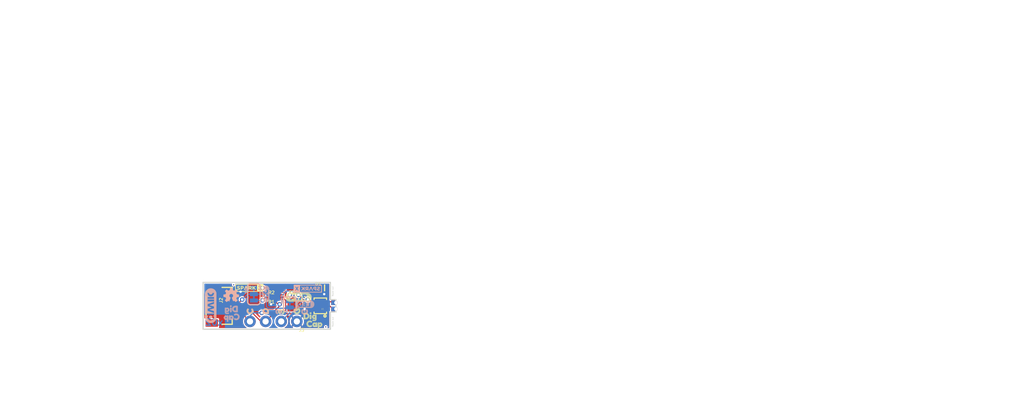
<source format=kicad_pcb>
(kicad_pcb (version 20211014) (generator pcbnew)
  (layers (0 "F.Cu" signal) (31 "B.Cu" signal) (34 "B.Paste" user) (35 "F.Paste" user) (36 "B.SilkS" user "B.Silkscreen") (37 "F.SilkS" user "F.Silkscreen") (38 "B.Mask" user) (39 "F.Mask" user) (44 "Edge.Cuts" user))
  (net 0 "")
  (net 1 "3.3V")
  (net 2 "GND")
  (net 3 "SCL")
  (net 4 "SDA")
  (net 5 "N$3")
  (net 6 "N$1")
  (net 7 "N$2")
  (net 8 "N$4")
  (net 9 "CP")
  (net 10 "CN")
  (footprint "eagleBoard:ORDERING_INSTRUCTIONS" (layer "F.Cu") (at 169.4561 55.4736)
    (fp_text reference "LOGO2" hide)
    (fp_text value "SPECIAL_INSTRUCTIONS-ORDERING" hide)
  )
  (footprint "eagleBoard:0603_CASTELLATED" (layer "F.Cu") (at 159.2961 105.0036 90)
    (fp_text reference "J1" hide)
    (fp_text value "CONN_02_0603" hide)
    (fp_poly (pts (xy -0.889 0) (xy -0.127 0) (xy -0.127 -0.762) (xy -0.889 -0.762)) (layer "F.Cu") (width 0) (fill solid))
    (fp_poly (pts (xy 0.127 0) (xy 0.889 0) (xy 0.889 -0.762) (xy 0.127 -0.762)) (layer "F.Cu") (width 0) (fill solid))
    (fp_poly (pts (xy -0.889 0) (xy -0.127 0) (xy -0.127 -0.762) (xy -0.889 -0.762)) (layer "B.Cu") (width 0) (fill solid))
    (fp_poly (pts (xy 0.127 0) (xy 0.889 0) (xy 0.889 -0.762) (xy 0.127 -0.762)) (layer "B.Cu") (width 0) (fill solid))
    (pad "1" thru_hole circle (at -0.508 0 90) (size 0.5588 0.5588) (drill 0.5588) (layers *.Cu *.Mask) (net 9 "CP"))
    (pad "2" thru_hole circle (at 0.508 0 90) (size 0.5588 0.5588) (drill 0.5588) (layers *.Cu *.Mask) (net 10 "CN"))
  )
  (footprint "eagleBoard:CAP1" (layer "F.Cu") (at 153.5811 107.9246)
    (fp_text reference "U$11" hide)
    (fp_text value "" hide)
  )
  (footprint "eagleBoard:1X04_NO_SILK" (layer "F.Cu") (at 152.9461 107.5436 180)
    (fp_text reference "J3" (at -1.27 -1.397) (layer "F.SilkS") (effects (font (size 0.512064 0.512064) (thickness 0.097536)) (justify right)))
    (fp_text value "PTH")
    (pad "1" thru_hole circle (at 0 0 270) (size 1.8796 1.8796) (drill 1.016) (layers *.Cu *.Mask) (net 2 "GND"))
    (pad "2" thru_hole circle (at 2.54 0 270) (size 1.8796 1.8796) (drill 1.016) (layers *.Cu *.Mask) (net 1 "3.3V"))
    (pad "3" thru_hole circle (at 5.08 0 270) (size 1.8796 1.8796) (drill 1.016) (layers *.Cu *.Mask) (net 4 "SDA"))
    (pad "4" thru_hole circle (at 7.62 0 270) (size 1.8796 1.8796) (drill 1.016) (layers *.Cu *.Mask) (net 3 "SCL"))
  )
  (footprint "eagleBoard:JST04_1MM_RA" (layer "F.Cu") (at 142.7861 105.0036 -90)
    (fp_text reference "J2" (at -1.397 2.159 90) (layer "F.SilkS") (effects (font (size 0.512064 0.512064) (thickness 0.097536)) (justify right)))
    (fp_text value "QWIIC_RIGHT_ANGLE")
    (pad "1" smd rect (at -1.5 0 270) (size 0.6 1.35) (layers "F.Cu" "F.Paste" "F.Mask") (net 2 "GND"))
    (pad "2" smd rect (at -0.5 0 270) (size 0.6 1.35) (layers "F.Cu" "F.Paste" "F.Mask") (net 1 "3.3V"))
    (pad "3" smd rect (at 0.5 0 270) (size 0.6 1.35) (layers "F.Cu" "F.Paste" "F.Mask") (net 4 "SDA"))
    (pad "4" smd rect (at 1.5 0 270) (size 0.6 1.35) (layers "F.Cu" "F.Paste" "F.Mask") (net 3 "SCL"))
    (pad "NC1" smd rect (at 2.8 3.675 270) (size 1.2 2) (layers "F.Cu" "F.Paste" "F.Mask"))
    (pad "NC2" smd rect (at -2.8 3.675 270) (size 1.2 2) (layers "F.Cu" "F.Paste" "F.Mask"))
  )
  (footprint "eagleBoard:D1" (layer "F.Cu") (at 147.8661 107.2896 90)
    (fp_text reference "U$13" hide)
    (fp_text value "" hide)
  )
  (footprint "eagleBoard:0603" (layer "F.Cu") (at 149.3901 102.0826 180)
    (fp_text reference "R2" (at 0 -0.762) (layer "F.SilkS") (effects (font (size 0.512064 0.512064) (thickness 0.097536)) (justify right)))
    (fp_text value "2.2k")
    (pad "1" smd rect (at -0.85 0 180) (size 1.1 1) (layers "F.Cu" "F.Paste" "F.Mask") (net 3 "SCL"))
    (pad "2" smd rect (at 0.85 0 180) (size 1.1 1) (layers "F.Cu" "F.Paste" "F.Mask") (net 7 "N$2"))
  )
  (footprint "eagleBoard:PWR2" (layer "F.Cu") (at 151.0411 103.6066)
    (fp_text reference "U$1" hide)
    (fp_text value "" hide)
  )
  (footprint "eagleBoard:DFN6" (layer "F.Cu") (at 156.7561 105.0036 180)
    (fp_text reference "U1" (at -0.635 -0.508) (layer "F.SilkS") (effects (font (size 0.235306 0.235306) (thickness 0.018694)) (justify right)))
    (fp_text value "NCD2400MDFN")
    (pad "1" smd roundrect (at -1.0541 -0.6604 180) (size 0.6604 0.3556) (layers "F.Cu" "F.Paste" "F.Mask") (net 4 "SDA"))
    (pad "2" smd roundrect (at -1.0541 0 180) (size 0.6604 0.3556) (layers "F.Cu" "F.Paste" "F.Mask") (net 9 "CP"))
    (pad "3" smd roundrect (at -1.0541 0.6604 180) (size 0.6604 0.3556) (layers "F.Cu" "F.Paste" "F.Mask") (net 10 "CN"))
    (pad "4" smd roundrect (at 1.0541 0.6604 180) (size 0.6604 0.3556) (layers "F.Cu" "F.Paste" "F.Mask") (net 1 "3.3V"))
    (pad "5" smd roundrect (at 1.0541 0 180) (size 0.6604 0.3556) (layers "F.Cu" "F.Paste" "F.Mask") (net 2 "GND"))
    (pad "6" smd roundrect (at 1.0541 -0.6604 180) (size 0.6604 0.3556) (layers "F.Cu" "F.Paste" "F.Mask") (net 3 "SCL"))
  )
  (footprint "eagleBoard:DIG0" (layer "F.Cu") (at 153.0731 106.6546)
    (fp_text reference "U$22" hide)
    (fp_text value "" hide)
  )
  (footprint "eagleBoard:SPARKX-TINY" (layer "F.Cu") (at 145.1991 102.0826)
    (fp_text reference "U$12" hide)
    (fp_text value "" hide)
  )
  (footprint "eagleBoard:LED-0603" (layer "F.Cu") (at 155.8671 102.0826)
    (fp_text reference "D1" (at 0 -0.635) (layer "F.SilkS") (effects (font (size 0.512064 0.512064) (thickness 0.097536)) (justify left)))
    (fp_text value "RED")
    (pad "A" smd roundrect (at -0.877 0 270) (size 1 1) (layers "F.Cu" "F.Paste" "F.Mask") (roundrect_rratio 0.15) (net 5 "N$3"))
    (pad "C" smd roundrect (at 0.877 0 270) (size 1 1) (layers "F.Cu" "F.Paste" "F.Mask") (roundrect_rratio 0.15) (net 2 "GND"))
  )
  (footprint "eagleBoard:0603" (layer "F.Cu") (at 149.3901 103.6066 180)
    (fp_text reference "R1" (at 0 -0.762) (layer "F.SilkS") (effects (font (size 0.512064 0.512064) (thickness 0.097536)) (justify right)))
    (fp_text value "2.2k")
    (pad "1" smd rect (at -0.85 0 180) (size 1.1 1) (layers "F.Cu" "F.Paste" "F.Mask") (net 4 "SDA"))
    (pad "2" smd rect (at 0.85 0 180) (size 1.1 1) (layers "F.Cu" "F.Paste" "F.Mask") (net 6 "N$1"))
  )
  (footprint "eagleBoard:FIDUCIAL-0.2MM" (layer "F.Cu") (at 157.6451 108.4326)
    (fp_text reference "JP2" hide)
    (fp_text value "FIDUCIAL0.2MM" hide)
    (pad "1" smd roundrect (at 0 0) (size 0.2 0.2) (layers "F.Cu") (roundrect_rratio 0.5))
  )
  (footprint "eagleBoard:FIDUCIAL-0.2MM" (layer "F.Cu") (at 142.6591 101.5746)
    (fp_text reference "JP6" hide)
    (fp_text value "FIDUCIAL0.2MM" hide)
    (pad "1" smd roundrect (at 0 0) (size 0.2 0.2) (layers "F.Cu") (roundrect_rratio 0.5))
  )
  (footprint "eagleBoard:32" (layer "F.Cu") (at 150.4061 107.2896 90)
    (fp_text reference "U$7" hide)
    (fp_text value "" hide)
  )
  (footprint "eagleBoard:0603" (layer "F.Cu") (at 152.6921 102.0826 180)
    (fp_text reference "R3" (at 0 -0.762) (layer "F.SilkS") (effects (font (size 0.512064 0.512064) (thickness 0.097536)) (justify right)))
    (fp_text value "1k")
    (pad "1" smd rect (at -0.85 0 180) (size 1.1 1) (layers "F.Cu" "F.Paste" "F.Mask") (net 5 "N$3"))
    (pad "2" smd rect (at 0.85 0 180) (size 1.1 1) (layers "F.Cu" "F.Paste" "F.Mask") (net 8 "N$4"))
  )
  (footprint "eagleBoard:G3" (layer "F.Cu") (at 152.9461 107.2896 90)
    (fp_text reference "U$14" hide)
    (fp_text value "" hide)
  )
  (footprint "eagleBoard:CREATIVE_COMMONS" (layer "F.Cu") (at 125.0061 120.2436)
    (fp_text reference "FRAME1" hide)
    (fp_text value "FRAME-LETTER" hide)
  )
  (footprint "eagleBoard:C0" (layer "F.Cu") (at 145.3261 107.2896 90)
    (fp_text reference "U$8" hide)
    (fp_text value "" hide)
  )
  (footprint "eagleBoard:SMT-JUMPER_2_NC_TRACE_SILK" (layer "B.Cu") (at 151.8031 104.7496 -90)
    (fp_text reference "LED0" (at 0 1.143 -270) (layer "B.SilkS") (effects (font (size 0.512064 0.512064) (thickness 0.097536)) (justify right mirror)))
    (fp_text value "JUMPER-SMT_2_NC_TRACE_SILK")
    (fp_poly (pts (xy 0.1905 -0.13335) (xy -0.70485 -0.13335) (xy -0.70485 0.13335) (xy 0.1905 0.13335)) (layer "B.Cu") (width 0) (fill solid))
    (pad "1" smd rect (at -0.5207 0 270) (size 0.6604 1.27) (layers "B.Cu" "B.Mask") (net 8 "N$4"))
    (pad "2" smd rect (at 0.5207 0 270) (size 0.6604 1.27) (layers "B.Cu" "B.Mask") (net 1 "3.3V"))
  )
  (footprint "eagleBoard:G3" (layer "B.Cu") (at 154.2161 107.4166 90)
    (fp_text reference "U$6" hide)
    (fp_text value "" hide)
  )
  (footprint "eagleBoard:DIG0" (layer "B.Cu") (at 144.3101 105.5116 180)
    (fp_text reference "U$23" hide)
    (fp_text value "" hide)
  )
  (footprint "eagleBoard:C0" (layer "B.Cu") (at 145.3261 107.2896 90)
    (fp_text reference "U$4" hide)
    (fp_text value "" hide)
  )
  (footprint "eagleBoard:32" (layer "B.Cu") (at 150.0251 107.2896 90)
    (fp_text reference "U$3" hide)
    (fp_text value "" hide)
  )
  (footprint "eagleBoard:FIDUCIAL-0.2MM" (layer "B.Cu") (at 142.6591 101.5746 180)
    (fp_text reference "JP1" hide)
    (fp_text value "FIDUCIAL0.2MM" hide)
    (pad "1" smd roundrect (at 0 0 180) (size 0.2 0.2) (layers "B.Cu") (roundrect_rratio 0.5))
  )
  (footprint "eagleBoard:SPARKX-TINY" (layer "B.Cu") (at 154.7241 102.2096 180)
    (fp_text reference "U$16" hide)
    (fp_text value "" hide)
  )
  (footprint "eagleBoard:QWIIC_COPYRIGHT_SMALL" (layer "B.Cu") (at 138.9761 105.0036 90)
    (fp_text reference "U$21" hide)
    (fp_text value "" hide)
  )
  (footprint "eagleBoard:D1" (layer "B.Cu") (at 147.8661 107.2896 90)
    (fp_text reference "U$5" hide)
    (fp_text value "" hide)
  )
  (footprint "eagleBoard:FIDUCIAL-0.2MM" (layer "B.Cu") (at 157.6451 108.4326 180)
    (fp_text reference "JP5" hide)
    (fp_text value "FIDUCIAL0.2MM" hide)
    (pad "1" smd roundrect (at 0 0 180) (size 0.2 0.2) (layers "B.Cu") (roundrect_rratio 0.5))
  )
  (footprint "eagleBoard:QWIIC_COPYRIGHT_SMALL" (layer "B.Cu") (at 138.9761 105.0036 90)
    (fp_text reference "U$20" hide)
    (fp_text value "" hide)
  )
  (footprint "eagleBoard:I_SUPER2_C-()-03" (layer "B.Cu") (at 147.8661 104.4956 90)
    (fp_text reference "U$9" hide)
    (fp_text value "" hide)
  )
  (footprint "eagleBoard:SMT-JUMPER_3_2-NC_TRACE_SILK" (layer "B.Cu") (at 145.9611 103.0986 -90)
    (fp_text reference "JP7" (at 0 1.143 -270) (layer "B.SilkS") (effects (font (size 0.512064 0.512064) (thickness 0.097536)) (justify right mirror)))
    (fp_text value "JUMPER-SMT_3_2-NC_TRACE_SILK")
    (fp_poly (pts (xy 0.7112 -0.13335) (xy -0.7112 -0.13335) (xy -0.7112 0.13335) (xy 0.7112 0.13335)) (layer "B.Cu") (width 0) (fill solid))
    (pad "1" smd rect (at -1.0414 0 270) (size 0.6604 1.27) (layers "B.Cu" "B.Mask") (net 7 "N$2"))
    (pad "2" smd rect (at 0 0 270) (size 0.6604 1.27) (layers "B.Cu" "B.Mask") (net 1 "3.3V"))
    (pad "3" smd rect (at 1.0414 0 270) (size 0.6604 1.27) (layers "B.Cu" "B.Mask") (net 6 "N$1"))
  )
  (footprint "eagleBoard:OSHW-LOGO-MINI" (layer "B.Cu") (at 142.2781 103.3526 180)
    (fp_text reference "LOGO1" hide)
    (fp_text value "OSHW-LOGOMINI" hide)
  )
  (footprint "eagleBoard:LED0" (layer "B.Cu") (at 155.8671 104.7496 180)
    (fp_text reference "U$15" hide)
    (fp_text value "" hide)
  )
  (footprint "eagleBoard:CAP1" (layer "B.Cu") (at 144.5641 106.7816 180)
    (fp_text reference "U$18" hide)
    (fp_text value "" hide)
  )
  (gr_line (start 158.4071 108.8136) (end 158.4071 106.0196) (layer "Edge.Cuts") (width 0.1778))
  (gr_line (start 159.2961 106.0196) (end 159.2961 103.9876) (layer "Edge.Cuts") (width 0.1778))
  (gr_line (start 158.4071 106.0196) (end 159.2961 106.0196) (layer "Edge.Cuts") (width 0.1778))
  (gr_line (start 159.2961 103.9876) (end 158.4071 103.9876) (layer "Edge.Cuts") (width 0.1778))
  (gr_line (start 137.7061 101.1936) (end 137.7061 108.8136) (layer "Edge.Cuts") (width 0.1778))
  (gr_line (start 158.4071 103.9876) (end 158.4071 101.1936) (layer "Edge.Cuts") (width 0.1778))
  (gr_line (start 158.4071 101.1936) (end 137.7061 101.1936) (layer "Edge.Cuts") (width 0.1778))
  (gr_line (start 137.7061 108.8136) (end 158.4071 108.8136) (layer "Edge.Cuts") (width 0.1778))
  (gr_text "x02" (at 139.4841 107.6706) (layer "B.Cu") (effects (font (size 1.0795 1.0795) (thickness 0.1905)) (justify mirror)))
  (gr_text "Route out" (at 158.9151 103.4796 90) (layer "Edge.Cuts") (effects (font (size 0.2159 0.2159) (thickness 0.0381)) (justify left bottom)))
  (gr_text "Route out" (at 158.9151 108.4326 90) (layer "Edge.Cuts") (effects (font (size 0.2159 0.2159) (thickness 0.0381)) (justify left bottom)))
  (segment (start 154.7241 103.9876) (end 154.9654 103.9876) (width 0.1778) (layer "F.Cu") (net 1))
  (segment (start 143.5401 104.5036) (end 144.0561 103.9876) (width 0.1778) (layer "F.Cu") (net 1))
  (segment (start 155.321 104.3432) (end 155.702 104.3432) (width 0.1778) (layer "F.Cu") (net 1))
  (segment (start 142.7861 104.5036) (end 143.5401 104.5036) (width 0.1778) (layer "F.Cu") (net 1))
  (segment (start 155.321 104.3432) (end 154.9654 103.9876) (width 0.1778) (layer "F.Cu") (net 1))
  (via (at 154.7241 103.9876) (size 0.7366) (drill 0.381) (layers "F.Cu" "B.Cu") (net 1))
  (via (at 144.0561 103.9876) (size 0.7366) (drill 0.381) (layers "F.Cu" "B.Cu") (net 1))
  (segment (start 152.8064 105.2703) (end 154.0891 103.9876) (width 0.1778) (layer "B.Cu") (net 1))
  (segment (start 151.8031 105.2703) (end 151.8031 106.1466) (width 0.1778) (layer "B.Cu") (net 1))
  (segment (start 151.0411 105.3973) (end 148.2598 105.3973) (width 0.1778) (layer "B.Cu") (net 1))
  (segment (start 151.1681 105.2703) (end 151.0411 105.3973) (width 0.1778) (layer "B.Cu") (net 1))
  (segment (start 144.0561 103.9876) (end 144.9451 103.0986) (width 0.1778) (layer "B.Cu") (net 1))
  (segment (start 144.9451 103.0986) (end 145.9611 103.0986) (width 0.1778) (layer "B.Cu") (net 1))
  (segment (start 154.0891 103.9876) (end 154.7241 103.9876) (width 0.1778) (layer "B.Cu") (net 1))
  (segment (start 147.9931 103.7336) (end 147.3581 103.0986) (width 0.1778) (layer "B.Cu") (net 1))
  (segment (start 151.8031 105.2703) (end 152.8064 105.2703) (width 0.1778) (layer "B.Cu") (net 1))
  (segment (start 148.2598 105.3973) (end 147.9931 105.1306) (width 0.1778) (layer "B.Cu") (net 1))
  (segment (start 147.9931 105.1306) (end 147.9931 103.7336) (width 0.1778) (layer "B.Cu") (net 1))
  (segment (start 151.8031 105.2703) (end 151.1681 105.2703) (width 0.1778) (layer "B.Cu") (net 1))
  (segment (start 151.8031 106.1466) (end 150.4061 107.5436) (width 0.1778) (layer "B.Cu") (net 1))
  (segment (start 147.3581 103.0986) (end 145.9611 103.0986) (width 0.1778) (layer "B.Cu") (net 1))
  (via (at 154.2161 105.5116) (size 0.7366) (drill 0.381) (layers "F.Cu" "B.Cu") (net 2))
  (via (at 157.3911 103.0986) (size 0.7366) (drill 0.381) (layers "F.Cu" "B.Cu") (net 2))
  (via (at 143.8021 102.7176) (size 0.7366) (drill 0.381) (layers "F.Cu" "B.Cu") (net 2))
  (via (at 148.7551 104.7496) (size 0.7366) (drill 0.381) (layers "F.Cu" "B.Cu") (net 2))
  (segment (start 155.266531 105.664) (end 155.702 105.664) (width 0.1778) (layer "F.Cu") (net 3))
  (segment (start 150.1521 105.0036) (end 149.2631 105.8926) (width 0.1778) (layer "F.Cu") (net 3))
  (segment (start 150.1521 104.7496) (end 149.8981 104.7496) (width 0.1778) (layer "F.Cu") (net 3))
  (segment (start 149.8981 104.7496) (end 149.3901 104.2416) (width 0.1778) (layer "F.Cu") (net 3))
  (segment (start 154.0891 104.1146) (end 154.0891 104.486569) (width 0.1778) (layer "F.Cu") (net 3))
  (segment (start 144.2861 106.5036) (end 145.3261 107.5436) (width 0.1778) (layer "F.Cu") (net 3))
  (segment (start 142.7861 106.5036) (end 144.2861 106.5036) (width 0.1778) (layer "F.Cu") (net 3))
  (segment (start 150.1521 105.0036) (end 150.1521 104.7496) (width 0.1778) (layer "F.Cu") (net 3))
  (segment (start 147.2311 106.1466) (end 147.4851 105.8926) (width 0.1778) (layer "F.Cu") (net 3))
  (segment (start 149.3901 102.9326) (end 149.3901 104.2416) (width 0.1778) (layer "F.Cu") (net 3))
  (segment (start 149.2631 105.8926) (end 147.4851 105.8926) (width 0.1778) (layer "F.Cu") (net 3))
  (segment (start 154.0891 104.486569) (end 155.266531 105.664) (width 0.1778) (layer "F.Cu") (net 3))
  (segment (start 149.3901 102.9326) (end 150.2401 102.0826) (width 0.1778) (layer "F.Cu") (net 3))
  (segment (start 153.2001 103.2256) (end 154.0891 104.1146) (width 0.1778) (layer "F.Cu") (net 3))
  (via (at 153.2001 103.2256) (size 0.7366) (drill 0.381) (layers "F.Cu" "B.Cu") (net 3))
  (via (at 150.1521 104.7496) (size 0.7366) (drill 0.381) (layers "F.Cu" "B.Cu") (net 3))
  (via (at 147.2311 106.1466) (size 0.7366) (drill 0.381) (layers "F.Cu" "B.Cu") (net 3))
  (segment (start 150.5331 104.3686) (end 150.1521 104.7496) (width 0.1778) (layer "B.Cu") (net 3))
  (segment (start 145.3261 106.6546) (end 145.8341 106.1466) (width 0.1778) (layer "B.Cu") (net 3))
  (segment (start 145.8341 106.1466) (end 147.2311 106.1466) (width 0.1778) (layer "B.Cu") (net 3))
  (segment (start 150.5331 103.3526) (end 150.5331 104.3686) (width 0.1778) (layer "B.Cu") (net 3))
  (segment (start 145.3261 107.5436) (end 145.3261 106.6546) (width 0.1778) (layer "B.Cu") (net 3))
  (segment (start 153.2001 103.2256) (end 152.5651 102.5906) (width 0.1778) (layer "B.Cu") (net 3))
  (segment (start 152.5651 102.5906) (end 151.2951 102.5906) (width 0.1778) (layer "B.Cu") (net 3))
  (segment (start 151.2951 102.5906) (end 150.5331 103.3526) (width 0.1778) (layer "B.Cu") (net 3))
  (segment (start 157.7848 105.6386) (end 157.8102 105.664) (width 0.1778) (layer "F.Cu") (net 4))
  (segment (start 147.1041 107.5436) (end 145.0641 105.5036) (width 0.1778) (layer "F.Cu") (net 4))
  (segment (start 151.1291 106.299) (end 156.4767 106.299) (width 0.1778) (layer "F.Cu") (net 4))
  (segment (start 149.1107 106.299) (end 147.8661 107.5436) (width 0.1778) (layer "F.Cu") (net 4))
  (segment (start 147.1041 107.5436) (end 147.8661 107.5436) (width 0.1778) (layer "F.Cu") (net 4))
  (segment (start 151.1291 106.299) (end 149.1107 106.299) (width 0.1778) (layer "F.Cu") (net 4))
  (segment (start 151.1291 104.1146) (end 150.6211 103.6066) (width 0.1778) (layer "F.Cu") (net 4))
  (segment (start 150.2401 103.6066) (end 150.6211 103.6066) (width 0.1778) (layer "F.Cu") (net 4))
  (segment (start 142.7861 105.5036) (end 145.0641 105.5036) (width 0.1778) (layer "F.Cu") (net 4))
  (segment (start 151.1291 104.1146) (end 151.1291 106.299) (width 0.1778) (layer "F.Cu") (net 4))
  (segment (start 156.4767 106.299) (end 157.1371 105.6386) (width 0.1778) (layer "F.Cu") (net 4))
  (segment (start 157.1371 105.6386) (end 157.7848 105.6386) (width 0.1778) (layer "F.Cu") (net 4))
  (segment (start 153.5421 102.0826) (end 154.9901 102.0826) (width 0.1778) (layer "F.Cu") (net 5))
  (segment (start 147.3581 104.1146) (end 147.8661 103.6066) (width 0.1778) (layer "F.Cu") (net 6))
  (segment (start 147.8661 103.6066) (end 148.5401 103.6066) (width 0.1778) (layer "F.Cu") (net 6))
  (via (at 147.3581 104.1146) (size 0.7366) (drill 0.381) (layers "F.Cu" "B.Cu") (net 6))
  (segment (start 145.9611 104.14) (end 147.3327 104.14) (width 0.1778) (layer "B.Cu") (net 6))
  (segment (start 147.3327 104.14) (end 147.3581 104.1146) (width 0.1778) (layer "B.Cu") (net 6))
  (segment (start 147.3581 102.0826) (end 148.5401 102.0826) (width 0.1778) (layer "F.Cu") (net 7))
  (via (at 147.3581 102.0826) (size 0.7366) (drill 0.381) (layers "F.Cu" "B.Cu") (net 7))
  (segment (start 147.3327 102.0572) (end 147.3581 102.0826) (width 0.1778) (layer "B.Cu") (net 7))
  (segment (start 145.9611 102.0572) (end 147.3327 102.0572) (width 0.1778) (layer "B.Cu") (net 7))
  (segment (start 151.8421 103.1866) (end 151.8031 103.2256) (width 0.1778) (layer "F.Cu") (net 8))
  (segment (start 151.8421 102.0826) (end 151.8421 103.1866) (width 0.1778) (layer "F.Cu") (net 8))
  (via (at 151.8031 103.2256) (size 0.7366) (drill 0.381) (layers "F.Cu" "B.Cu") (net 8))
  (segment (start 151.8031 103.2256) (end 151.8031 104.2289) (width 0.1778) (layer "B.Cu") (net 8))
  (segment (start 158.7881 105.5116) (end 158.2801 105.0036) (width 0.1778) (layer "F.Cu") (net 9))
  (segment (start 159.2961 105.5116) (end 158.7881 105.5116) (width 0.1778) (layer "F.Cu") (net 9))
  (segment (start 158.2801 105.0036) (end 157.8102 105.0036) (width 0.1778) (layer "F.Cu") (net 9))
  (segment (start 159.1437 104.3432) (end 157.8102 104.3432) (width 0.1778) (layer "F.Cu") (net 10))
  (segment (start 159.2961 104.4956) (end 159.1437 104.3432) (width 0.1778) (layer "F.Cu") (net 10))
  (zone (net 2) (net_name "GND") (layer "F.Cu") (priority 6) (connect_pads (clearance 0.2032)) (min_thickness 0.0889) (fill yes (thermal_gap 0.2278) (thermal_bridge_width 0.2278))
    (polygon (pts (xy 158.496 103.8987) (xy 159.385 103.8987) (xy 159.385 106.1085) (xy 158.496 106.1085) (xy 158.496 108.9025) (xy 137.6172 108.9025) (xy 137.6172 101.1047) (xy 158.496 101.1047)))
  )
  (zone (net 2) (net_name "GND") (layer "B.Cu") (priority 6) (connect_pads (clearance 0.2032)) (min_thickness 0.0889) (fill yes (thermal_gap 0.2278) (thermal_bridge_width 0.2278))
    (polygon (pts (xy 158.496 103.8987) (xy 159.385 103.8987) (xy 159.385 106.1085) (xy 158.496 106.1085) (xy 158.496 108.9025) (xy 137.6172 108.9025) (xy 137.6172 101.1047) (xy 158.496 101.1047)))
  )
)
</source>
